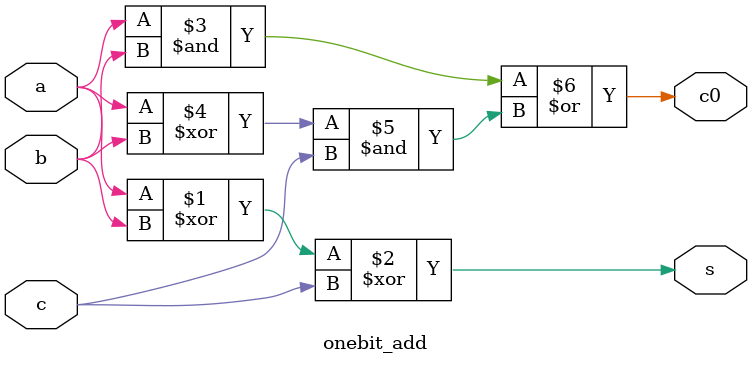
<source format=v>
module onebit_add(
    input a,
    input b,
    input c,
    output s,
    output c0
    );
assign s = a^b^c;
assign c0 = (a&b)|((a^b)&c);
endmodule
</source>
